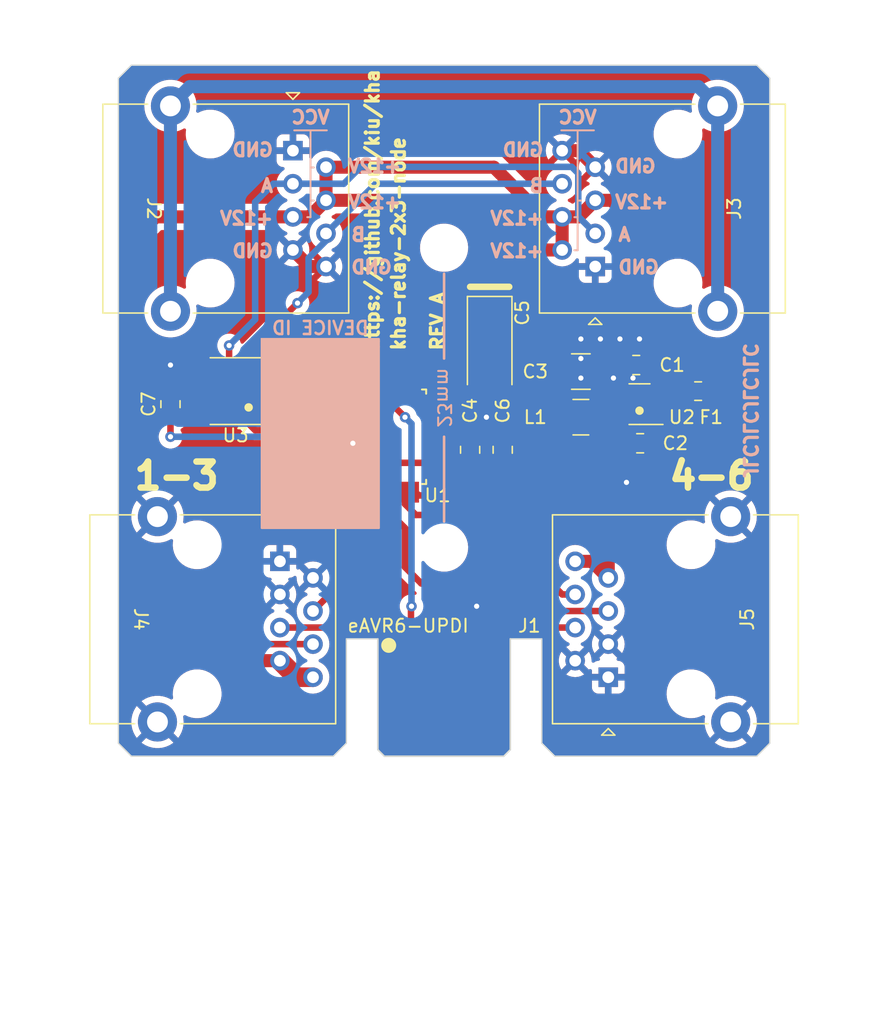
<source format=kicad_pcb>
(kicad_pcb (version 20221018) (generator pcbnew)
  (layers (0 "F.Cu" signal) (31 "B.Cu" signal) (34 "B.Paste" user) (35 "F.Paste" user) (36 "B.SilkS" user "B.Silkscreen") (37 "F.SilkS" user "F.Silkscreen") (38 "B.Mask" user) (39 "F.Mask" user) (44 "Edge.Cuts" user))
  (net 0 "")
  (net 1 "+5V")
  (net 2 "GND")
  (net 3 "UPDI")
  (net 4 "BUS_RX")
  (net 5 "BUS_DIR")
  (net 6 "BUS_TX")
  (net 16 "+12V")
  (net 17 "485A")
  (net 18 "485B")
  (net 20 "Net-(U2-EN)")
  (net 21 "Net-(U2-SW)")
  (net 22 "Net-(U2-BST)")
  (net 23 "Net-(J2-PadSH)")
  (net 25 "OUT_01")
  (net 26 "OUT_02")
  (net 27 "OUT_03")
  (net 28 "OUT_04")
  (net 29 "OUT_05")
  (net 30 "OUT_06")
  (footprint "Capacitor_SMD:C_1210_3225Metric" (layer "F.Cu") (at 124.5 61.5)
    (fp_text reference "C3" (at -3.5 0) (layer "F.SilkS"))
    (fp_text value "47uF")
    (fp_line (start -0.711252 -1.36) (end 0.711252 -1.36) (stroke (width 0.12)) (layer "F.SilkS"))
    (fp_line (start -0.711252 1.36) (end 0.711252 1.36) (stroke (width 0.12)) (layer "F.SilkS"))
    (pad "1" smd roundrect (at -1.475 0) (size 1.15 2.7) (layers "F.Cu" "F.Paste" "F.Mask") (roundrect_rratio 0.2173913043) (net 1 "+5V"))
    (pad "2" smd roundrect (at 1.475 0) (size 1.15 2.7) (layers "F.Cu" "F.Paste" "F.Mask") (roundrect_rratio 0.2173913043) (net 2 "GND"))
  )
  (footprint "Fuse:Fuse_0805_2012Metric" (layer "F.Cu") (at 133.5 63)
    (fp_text reference "F1" (at 1 2) (layer "F.SilkS"))
    (fp_text value "Polyfuse")
    (fp_line (start -0.258578 -0.71) (end 0.258578 -0.71) (stroke (width 0.12)) (layer "F.SilkS"))
    (fp_line (start -0.258578 0.71) (end 0.258578 0.71) (stroke (width 0.12)) (layer "F.SilkS"))
    (pad "1" smd roundrect (at -0.9375 0) (size 0.975 1.4) (layers "F.Cu" "F.Paste" "F.Mask") (net 20 "Net-(U2-EN)"))
    (pad "2" smd roundrect (at 0.9375 0) (size 0.975 1.4) (layers "F.Cu" "F.Paste" "F.Mask") (net 16 "+12V"))
  )
  (footprint "MountingHole:MountingHole_3.2mm_M3_DIN965" (layer "F.Cu") (at 114 52)
    (fp_text reference "H1" hide)
    (fp_text value "MountingHole")
    (pad "" np_thru_hole circle (at 0 0) (size 3.2 3.2) (drill 3.2) (layers "*.Cu" "*.Mask"))
  )
  (footprint "Inductor_SMD:L_1210_3225Metric" (layer "F.Cu") (at 124.5 65 180)
    (fp_text reference "L1" (at 3.5 0) (layer "F.SilkS"))
    (fp_text value "4.7uH")
    (fp_line (start -0.602064 -1.36) (end 0.602064 -1.36) (stroke (width 0.12)) (layer "F.SilkS"))
    (fp_line (start -0.602064 1.36) (end 0.602064 1.36) (stroke (width 0.12)) (layer "F.SilkS"))
    (pad "1" smd roundrect (at -1.4 0 180) (size 1.25 2.65) (layers "F.Cu" "F.Paste" "F.Mask") (roundrect_rratio 0.2) (net 21 "Net-(U2-SW)"))
    (pad "2" smd roundrect (at 1.4 0 180) (size 1.25 2.65) (layers "F.Cu" "F.Paste" "F.Mask") (roundrect_rratio 0.2) (net 1 "+5V"))
  )
  (footprint "Capacitor_SMD:C_0805_2012Metric" (layer "F.Cu") (at 129.05 67)
    (fp_text reference "C2" (at 2.7 0) (layer "F.SilkS"))
    (fp_text value "100nF")
    (fp_line (start -0.261252 -0.735) (end 0.261252 -0.735) (stroke (width 0.12)) (layer "F.SilkS"))
    (fp_line (start -0.261252 0.735) (end 0.261252 0.735) (stroke (width 0.12)) (layer "F.SilkS"))
    (pad "1" smd roundrect (at -0.95 0) (size 1 1.45) (layers "F.Cu" "F.Paste" "F.Mask") (net 21 "Net-(U2-SW)"))
    (pad "2" smd roundrect (at 0.95 0) (size 1 1.45) (layers "F.Cu" "F.Paste" "F.Mask") (net 22 "Net-(U2-BST)"))
  )
  (footprint "kiu-footprints:GDLX-S-88K" (layer "F.Cu") (at 93 49 -90)
    (fp_text reference "J2" (at 0 1.27 -90 unlocked) (layer "F.SilkS"))
    (fp_text value "RJ45_Shielded")
    (fp_line (start -8.886 -9.906) (end -8.886 -8.89) (stroke (width 0.12)) (layer "F.SilkS"))
    (fp_line (start -8.886 -8.89) (end -8.378 -9.398) (stroke (width 0.12)) (layer "F.SilkS"))
    (fp_line (start -8.378 -9.398) (end -8.886 -9.906) (stroke (width 0.12)) (layer "F.SilkS"))
    (fp_line (start -8.01 -13.678) (end -8.01 -1.748) (stroke (width 0.12)) (layer "F.SilkS"))
    (fp_line (start -8.01 1.752) (end -8.01 5.192) (stroke (width 0.12)) (layer "F.SilkS"))
    (fp_line (start 8.01 -13.678) (end -8.01 -13.678) (stroke (width 0.12)) (layer "F.SilkS"))
    (fp_line (start 8.01 -13.678) (end 8.01 -1.748) (stroke (width 0.12)) (layer "F.SilkS"))
    (fp_line (start 8.01 1.752) (end 8.01 5.192) (stroke (width 0.12)) (layer "F.SilkS"))
    (fp_line (start 8.01 5.192) (end -8.01 5.192) (stroke (width 0.12)) (layer "F.SilkS"))
    (pad "" np_thru_hole circle (at -5.715 -3.048 270) (size 3.25 3.25) (drill 3.25) (layers "*.Cu" "*.Mask"))
    (pad "" np_thru_hole circle (at 5.715 -3.048 90) (size 3.25 3.25) (drill 3.25) (layers "*.Cu" "*.Mask"))
    (pad "1" thru_hole rect (at -4.445 -9.398 90) (size 1.5 1.5) (drill 0.9) (layers "*.Cu" "*.Mask") (net 2 "GND"))
    (pad "2" thru_hole circle (at -3.175 -11.938 90) (size 1.5 1.5) (drill 0.9) (layers "*.Cu" "*.Mask") (net 16 "+12V"))
    (pad "3" thru_hole circle (at -1.905 -9.398 90) (size 1.5 1.5) (drill 0.9) (layers "*.Cu" "*.Mask") (net 17 "485A"))
    (pad "4" thru_hole circle (at -0.635 -11.938 90) (size 1.5 1.5) (drill 0.9) (layers "*.Cu" "*.Mask") (net 16 "+12V"))
    (pad "5" thru_hole circle (at 0.635 -9.398 90) (size 1.5 1.5) (drill 0.9) (layers "*.Cu" "*.Mask") (net 16 "+12V"))
    (pad "6" thru_hole circle (at 1.905 -11.938 90) (size 1.5 1.5) (drill 0.9) (layers "*.Cu" "*.Mask") (net 18 "485B"))
    (pad "7" thru_hole circle (at 3.175 -9.398 90) (size 1.5 1.5) (drill 0.9) (layers "*.Cu" "*.Mask") (net 2 "GND"))
    (pad "8" thru_hole circle (at 4.445 -11.938 90) (size 1.5 1.5) (drill 0.9) (layers "*.Cu" "*.Mask") (net 2 "GND"))
    (pad "SH" thru_hole circle (at -7.874 0.002 270) (size 3 3) (drill 1.6) (layers "*.Cu" "*.Mask") (net 23 "Net-(J2-PadSH)"))
    (pad "SH" thru_hole circle (at 7.874 0 90) (size 3 3) (drill 1.6) (layers "*.Cu" "*.Mask") (net 23 "Net-(J2-PadSH)"))
  )
  (footprint "MountingHole:MountingHole_3.2mm_M3_DIN965" (layer "F.Cu") (at 114 75)
    (fp_text reference "H2" hide)
    (fp_text value "MountingHole")
    (pad "" np_thru_hole circle (at 0 0) (size 3.2 3.2) (drill 3.2) (layers "*.Cu" "*.Mask"))
  )
  (footprint "Package_QFP:TQFP-32_7x7mm_P0.8mm" (layer "F.Cu") (at 109 66.5)
    (fp_text reference "U1" (at 4.5 4.5) (layer "F.SilkS"))
    (fp_text value "AVR64DD32")
    (fp_line (start -3.625 -3.625) (end -3.625 -3.4) (stroke (width 0.15)) (layer "F.SilkS"))
    (fp_line (start -3.625 -3.625) (end -3.3 -3.625) (stroke (width 0.15)) (layer "F.SilkS"))
    (fp_line (start -3.625 -3.4) (end -5.05 -3.4) (stroke (width 0.15)) (layer "F.SilkS"))
    (fp_line (start -3.625 3.625) (end -3.625 3.3) (stroke (width 0.15)) (layer "F.SilkS"))
    (fp_line (start -3.625 3.625) (end -3.3 3.625) (stroke (width 0.15)) (layer "F.SilkS"))
    (fp_line (start 3.625 -3.625) (end 3.3 -3.625) (stroke (width 0.15)) (layer "F.SilkS"))
    (fp_line (start 3.625 -3.625) (end 3.625 -3.3) (stroke (width 0.15)) (layer "F.SilkS"))
    (fp_line (start 3.625 3.625) (end 3.3 3.625) (stroke (width 0.15)) (layer "F.SilkS"))
    (fp_line (start 3.625 3.625) (end 3.625 3.3) (stroke (width 0.15)) (layer "F.SilkS"))
    (pad "1" smd rect (at -4.25 -2.8) (size 1.6 0.55) (layers "F.Cu" "F.Paste" "F.Mask") (net 5 "BUS_DIR"))
    (pad "2" smd rect (at -4.25 -2) (size 1.6 0.55) (layers "F.Cu" "F.Paste" "F.Mask"))
    (pad "3" smd rect (at -4.25 -1.2) (size 1.6 0.55) (layers "F.Cu" "F.Paste" "F.Mask"))
    (pad "4" smd rect (at -4.25 -0.4) (size 1.6 0.55) (layers "F.Cu" "F.Paste" "F.Mask"))
    (pad "5" smd rect (at -4.25 0.4) (size 1.6 0.55) (layers "F.Cu" "F.Paste" "F.Mask"))
    (pad "6" smd rect (at -4.25 1.2) (size 1.6 0.55) (layers "F.Cu" "F.Paste" "F.Mask") (net 27 "OUT_03"))
    (pad "7" smd rect (at -4.25 2) (size 1.6 0.55) (layers "F.Cu" "F.Paste" "F.Mask") (net 25 "OUT_01"))
    (pad "8" smd rect (at -4.25 2.8) (size 1.6 0.55) (layers "F.Cu" "F.Paste" "F.Mask") (net 26 "OUT_02"))
    (pad "9" smd rect (at -2.8 4.25 90) (size 1.6 0.55) (layers "F.Cu" "F.Paste" "F.Mask"))
    (pad "10" smd rect (at -2 4.25 90) (size 1.6 0.55) (layers "F.Cu" "F.Paste" "F.Mask") (net 1 "+5V"))
    (pad "11" smd rect (at -1.2 4.25 90) (size 1.6 0.55) (layers "F.Cu" "F.Paste" "F.Mask"))
    (pad "12" smd rect (at -0.4 4.25 90) (size 1.6 0.55) (layers "F.Cu" "F.Paste" "F.Mask"))
    (pad "13" smd rect (at 0.4 4.25 90) (size 1.6 0.55) (layers "F.Cu" "F.Paste" "F.Mask"))
    (pad "14" smd rect (at 1.2 4.25 90) (size 1.6 0.55) (layers "F.Cu" "F.Paste" "F.Mask"))
    (pad "15" smd rect (at 2 4.25 90) (size 1.6 0.55) (layers "F.Cu" "F.Paste" "F.Mask") (net 28 "OUT_04"))
    (pad "16" smd rect (at 2.8 4.25 90) (size 1.6 0.55) (layers "F.Cu" "F.Paste" "F.Mask") (net 29 "OUT_05"))
    (pad "17" smd rect (at 4.25 2.8) (size 1.6 0.55) (layers "F.Cu" "F.Paste" "F.Mask") (net 30 "OUT_06"))
    (pad "18" smd rect (at 4.25 2) (size 1.6 0.55) (layers "F.Cu" "F.Paste" "F.Mask") (net 1 "+5V"))
    (pad "19" smd rect (at 4.25 1.2) (size 1.6 0.55) (layers "F.Cu" "F.Paste" "F.Mask") (net 2 "GND"))
    (pad "20" smd rect (at 4.25 0.4) (size 1.6 0.55) (layers "F.Cu" "F.Paste" "F.Mask"))
    (pad "21" smd rect (at 4.25 -0.4) (size 1.6 0.55) (layers "F.Cu" "F.Paste" "F.Mask"))
    (pad "22" smd rect (at 4.25 -1.2) (size 1.6 0.55) (layers "F.Cu" "F.Paste" "F.Mask"))
    (pad "23" smd rect (at 4.25 -2) (size 1.6 0.55) (layers "F.Cu" "F.Paste" "F.Mask"))
    (pad "24" smd rect (at 4.25 -2.8) (size 1.6 0.55) (layers "F.Cu" "F.Paste" "F.Mask"))
    (pad "25" smd rect (at 2.8 -4.25 90) (size 1.6 0.55) (layers "F.Cu" "F.Paste" "F.Mask"))
    (pad "26" smd rect (at 2 -4.25 90) (size 1.6 0.55) (layers "F.Cu" "F.Paste" "F.Mask"))
    (pad "27" smd rect (at 1.2 -4.25 90) (size 1.6 0.55) (layers "F.Cu" "F.Paste" "F.Mask") (net 3 "UPDI"))
    (pad "28" smd rect (at 0.4 -4.25 90) (size 1.6 0.55) (layers "F.Cu" "F.Paste" "F.Mask") (net 1 "+5V"))
    (pad "29" smd rect (at -0.4 -4.25 90) (size 1.6 0.55) (layers "F.Cu" "F.Paste" "F.Mask") (net 2 "GND"))
    (pad "30" smd rect (at -1.2 -4.25 90) (size 1.6 0.55) (layers "F.Cu" "F.Paste" "F.Mask") (net 6 "BUS_TX"))
    (pad "31" smd rect (at -2 -4.25 90) (size 1.6 0.55) (layers "F.Cu" "F.Paste" "F.Mask") (net 4 "BUS_RX"))
    (pad "32" smd rect (at -2.8 -4.25 90) (size 1.6 0.55) (layers "F.Cu" "F.Paste" "F.Mask"))
  )
  (footprint "kiu-footprints:GDLX-S-88K" (layer "F.Cu") (at 92.002 80.5 -90)
    (fp_text reference "J4" (at 0 1.27 -90 unlocked) (layer "F.SilkS"))
    (fp_text value "RJ45_Shielded")
    (fp_line (start -8.886 -9.906) (end -8.886 -8.89) (stroke (width 0.12)) (layer "F.SilkS"))
    (fp_line (start -8.886 -8.89) (end -8.378 -9.398) (stroke (width 0.12)) (layer "F.SilkS"))
    (fp_line (start -8.378 -9.398) (end -8.886 -9.906) (stroke (width 0.12)) (layer "F.SilkS"))
    (fp_line (start -8.01 -13.678) (end -8.01 -1.748) (stroke (width 0.12)) (layer "F.SilkS"))
    (fp_line (start -8.01 1.752) (end -8.01 5.192) (stroke (width 0.12)) (layer "F.SilkS"))
    (fp_line (start 8.01 -13.678) (end -8.01 -13.678) (stroke (width 0.12)) (layer "F.SilkS"))
    (fp_line (start 8.01 -13.678) (end 8.01 -1.748) (stroke (width 0.12)) (layer "F.SilkS"))
    (fp_line (start 8.01 1.752) (end 8.01 5.192) (stroke (width 0.12)) (layer "F.SilkS"))
    (fp_line (start 8.01 5.192) (end -8.01 5.192) (stroke (width 0.12)) (layer "F.SilkS"))
    (pad "" np_thru_hole circle (at -5.715 -3.048 270) (size 3.25 3.25) (drill 3.25) (layers "*.Cu" "*.Mask"))
    (pad "" np_thru_hole circle (at 5.715 -3.048 90) (size 3.25 3.25) (drill 3.25) (layers "*.Cu" "*.Mask"))
    (pad "1" thru_hole rect (at -4.445 -9.398 90) (size 1.5 1.5) (drill 0.9) (layers "*.Cu" "*.Mask") (net 2 "GND"))
    (pad "2" thru_hole circle (at -3.175 -11.938 90) (size 1.5 1.5) (drill 0.9) (layers "*.Cu" "*.Mask") (net 2 "GND"))
    (pad "3" thru_hole circle (at -1.905 -9.398 90) (size 1.5 1.5) (drill 0.9) (layers "*.Cu" "*.Mask") (net 2 "GND"))
    (pad "4" thru_hole circle (at -0.635 -11.938 90) (size 1.5 1.5) (drill 0.9) (layers "*.Cu" "*.Mask") (net 25 "OUT_01"))
    (pad "5" thru_hole circle (at 0.635 -9.398 90) (size 1.5 1.5) (drill 0.9) (layers "*.Cu" "*.Mask") (net 26 "OUT_02"))
    (pad "6" thru_hole circle (at 1.905 -11.938 90) (size 1.5 1.5) (drill 0.9) (layers "*.Cu" "*.Mask") (net 27 "OUT_03"))
    (pad "7" thru_hole circle (at 3.175 -9.398 90) (size 1.5 1.5) (drill 0.9) (layers "*.Cu" "*.Mask") (net 16 "+12V"))
    (pad "8" thru_hole circle (at 4.445 -11.938 90) (size 1.5 1.5) (drill 0.9) (layers "*.Cu" "*.Mask") (net 16 "+12V"))
    (pad "SH" thru_hole circle (at -7.874 0.002 270) (size 3 3) (drill 1.6) (layers "*.Cu" "*.Mask") (net 2 "GND"))
    (pad "SH" thru_hole circle (at 7.874 0 90) (size 3 3) (drill 1.6) (layers "*.Cu" "*.Mask") (net 2 "GND"))
  )
  (footprint "Capacitor_SMD:C_0805_2012Metric" (layer "F.Cu") (at 118.5 67.5 90)
    (fp_text reference "C6" (at 3 0 90) (layer "F.SilkS"))
    (fp_text value "100nF")
    (fp_line (start -0.261252 -0.735) (end 0.261252 -0.735) (stroke (width 0.12)) (layer "F.SilkS"))
    (fp_line (start -0.261252 0.735) (end 0.261252 0.735) (stroke (width 0.12)) (layer "F.SilkS"))
    (pad "1" smd roundrect (at -0.95 0 90) (size 1 1.45) (layers "F.Cu" "F.Paste" "F.Mask") (net 1 "+5V"))
    (pad "2" smd roundrect (at 0.95 0 90) (size 1 1.45) (layers "F.Cu" "F.Paste" "F.Mask") (net 2 "GND"))
  )
  (footprint "Package_SO:SOIC-8_3.9x4.9mm_P1.27mm" (layer "F.Cu") (at 98 63 180)
    (fp_text reference "U3" (at 0 -3.4 180) (layer "F.SilkS"))
    (fp_text value "SP481E")
    (fp_line (start 0 -2.56) (end -3.45 -2.56) (stroke (width 0.12)) (layer "F.SilkS"))
    (fp_line (start 0 -2.56) (end 1.95 -2.56) (stroke (width 0.12)) (layer "F.SilkS"))
    (fp_line (start 0 2.56) (end -1.95 2.56) (stroke (width 0.12)) (layer "F.SilkS"))
    (fp_line (start 0 2.56) (end 1.95 2.56) (stroke (width 0.12)) (layer "F.SilkS"))
    (pad "1" smd roundrect (at -2.475 -1.905 180) (size 1.95 0.6) (layers "F.Cu" "F.Paste" "F.Mask") (net 4 "BUS_RX"))
    (pad "2" smd roundrect (at -2.475 -0.635 180) (size 1.95 0.6) (layers "F.Cu" "F.Paste" "F.Mask") (net 5 "BUS_DIR"))
    (pad "3" smd roundrect (at -2.475 0.635 180) (size 1.95 0.6) (layers "F.Cu" "F.Paste" "F.Mask") (net 5 "BUS_DIR"))
    (pad "4" smd roundrect (at -2.475 1.905 180) (size 1.95 0.6) (layers "F.Cu" "F.Paste" "F.Mask") (net 6 "BUS_TX"))
    (pad "5" smd roundrect (at 2.475 1.905 180) (size 1.95 0.6) (layers "F.Cu" "F.Paste" "F.Mask") (net 2 "GND"))
    (pad "6" smd roundrect (at 2.475 0.635 180) (size 1.95 0.6) (layers "F.Cu" "F.Paste" "F.Mask") (net 17 "485A"))
    (pad "7" smd roundrect (at 2.475 -0.635 180) (size 1.95 0.6) (layers "F.Cu" "F.Paste" "F.Mask") (net 18 "485B"))
    (pad "8" smd roundrect (at 2.475 -1.905 180) (size 1.95 0.6) (layers "F.Cu" "F.Paste" "F.Mask") (net 1 "+5V"))
  )
  (footprint "Capacitor_SMD:C_0805_2012Metric" (layer "F.Cu") (at 128.75 61)
    (fp_text reference "C1" (at 2.75 0) (layer "F.SilkS"))
    (fp_text value "10uF")
    (fp_line (start -0.261252 -0.735) (end 0.261252 -0.735) (stroke (width 0.12)) (layer "F.SilkS"))
    (fp_line (start -0.261252 0.735) (end 0.261252 0.735) (stroke (width 0.12)) (layer "F.SilkS"))
    (pad "1" smd roundrect (at -0.95 0) (size 1 1.45) (layers "F.Cu" "F.Paste" "F.Mask") (net 2 "GND"))
    (pad "2" smd roundrect (at 0.95 0) (size 1 1.45) (layers "F.Cu" "F.Paste" "F.Mask") (net 20 "Net-(U2-EN)"))
  )
  (footprint "Package_TO_SOT_SMD:TSOT-23-6" (layer "F.Cu") (at 129 64 180)
    (fp_text reference "U2" (at -3.25 -1) (layer "F.SilkS"))
    (fp_text value "AP63205WU")
    (fp_line (start 0 -1.56) (end -1.8 -1.56) (stroke (width 0.12)) (layer "F.SilkS"))
    (fp_line (start 0 -1.56) (end 0.8 -1.56) (stroke (width 0.12)) (layer "F.SilkS"))
    (fp_line (start 0 1.56) (end -0.8 1.56) (stroke (width 0.12)) (layer "F.SilkS"))
    (fp_line (start 0 1.56) (end 0.8 1.56) (stroke (width 0.12)) (layer "F.SilkS"))
    (pad "1" smd roundrect (at -1.1375 -0.95 180) (size 1.325 0.6) (layers "F.Cu" "F.Paste" "F.Mask") (net 1 "+5V"))
    (pad "2" smd roundrect (at -1.1375 0 180) (size 1.325 0.6) (layers "F.Cu" "F.Paste" "F.Mask") (net 20 "Net-(U2-EN)"))
    (pad "3" smd roundrect (at -1.1375 0.95 180) (size 1.325 0.6) (layers "F.Cu" "F.Paste" "F.Mask") (net 20 "Net-(U2-EN)"))
    (pad "4" smd roundrect (at 1.1375 0.95 180) (size 1.325 0.6) (layers "F.Cu" "F.Paste" "F.Mask") (net 2 "GND"))
    (pad "5" smd roundrect (at 1.1375 0 180) (size 1.325 0.6) (layers "F.Cu" "F.Paste" "F.Mask") (net 21 "Net-(U2-SW)"))
    (pad "6" smd roundrect (at 1.1375 -0.95 180) (size 1.325 0.6) (layers "F.Cu" "F.Paste" "F.Mask") (net 22 "Net-(U2-BST)"))
  )
  (footprint "Capacitor_SMD:C_0805_2012Metric" (layer "F.Cu") (at 93 64 90)
    (fp_text reference "C7" (at 0 -1.68 90) (layer "F.SilkS"))
    (fp_text value "100nF")
    (fp_line (start -0.261252 -0.735) (end 0.261252 -0.735) (stroke (width 0.12)) (layer "F.SilkS"))
    (fp_line (start -0.261252 0.735) (end 0.261252 0.735) (stroke (width 0.12)) (layer "F.SilkS"))
    (pad "1" smd roundrect (at -0.95 0 90) (size 1 1.45) (layers "F.Cu" "F.Paste" "F.Mask") (net 1 "+5V"))
    (pad "2" smd roundrect (at 0.95 0 90) (size 1 1.45) (layers "F.Cu" "F.Paste" "F.Mask") (net 2 "GND"))
  )
  (footprint "kiu-footprints:GDLX-S-88K" (layer "F.Cu") (at 135 49 90)
    (fp_text reference "J3" (at 0 1.27 90 unlocked) (layer "F.SilkS"))
    (fp_text value "RJ45_Shielded")
    (fp_line (start -8.886 -9.906) (end -8.886 -8.89) (stroke (width 0.12)) (layer "F.SilkS"))
    (fp_line (start -8.886 -8.89) (end -8.378 -9.398) (stroke (width 0.12)) (layer "F.SilkS"))
    (fp_line (start -8.378 -9.398) (end -8.886 -9.906) (stroke (width 0.12)) (layer "F.SilkS"))
    (fp_line (start -8.01 -13.678) (end -8.01 -1.748) (stroke (width 0.12)) (layer "F.SilkS"))
    (fp_line (start -8.01 1.752) (end -8.01 5.192) (stroke (width 0.12)) (layer "F.SilkS"))
    (fp_line (start 8.01 -13.678) (end -8.01 -13.678) (stroke (width 0.12)) (layer "F.SilkS"))
    (fp_line (start 8.01 -13.678) (end 8.01 -1.748) (stroke (width 0.12)) (layer "F.SilkS"))
    (fp_line (start 8.01 1.752) (end 8.01 5.192) (stroke (width 0.12)) (layer "F.SilkS"))
    (fp_line (start 8.01 5.192) (end -8.01 5.192) (stroke (width 0.12)) (layer "F.SilkS"))
    (pad "" np_thru_hole circle (at -5.715 -3.048 90) (size 3.25 3.25) (drill 3.25) (layers "*.Cu" "*.Mask"))
    (pad "" np_thru_hole circle (at 5.715 -3.048 270) (size 3.25 3.25) (drill 3.25) (layers "*.Cu" "*.Mask"))
    (pad "1" thru_hole rect (at -4.445 -9.398 270) (size 1.5 1.5) (drill 0.9) (layers "*.Cu" "*.Mask") (net 2 "GND"))
    (pad "2" thru_hole circle (at -3.175 -11.938 270) (size 1.5 1.5) (drill 0.9) (layers "*.Cu" "*.Mask") (net 16 "+12V"))
    (pad "3" thru_hole circle (at -1.905 -9.398 270) (size 1.5 1.5) (drill 0.9) (layers "*.Cu" "*.Mask") (net 17 "485A"))
    (pad "4" thru_hole circle (at -0.635 -11.938 270) (size 1.5 1.5) (drill 0.9) (layers "*.Cu" "*.Mask") (net 16 "+12V"))
    (pad "5" thru_hole circle (at 0.635 -9.398 270) (size 1.5 1.5) (drill 0.9) (layers "*.Cu" "*.Mask") (net 16 "+12V"))
    (pad "6" thru_hole circle (at 1.905 -11.938 270) (size 1.5 1.5) (drill 0.9) (layers "*.Cu" "*.Mask") (net 18 "485B"))
    (pad "7" thru_hole circle (at 3.175 -9.398 270) (size 1.5 1.5) (drill 0.9) (layers "*.Cu" "*.Mask") (net 2 "GND"))
    (pad "8" thru_hole circle (at 4.445 -11.938 270) (size 1.5 1.5) (drill 0.9) (layers "*.Cu" "*.Mask") (net 2 "GND"))
    (pad "SH" thru_hole circle (at -7.874 0.002 90) (size 3 3) (drill 1.6) (layers "*.Cu" "*.Mask") (net 23 "Net-(J2-PadSH)"))
    (pad "SH" thru_hole circle (at 7.874 0 270) (size 3 3) (drill 1.6) (layers "*.Cu" "*.Mask") (net 23 "Net-(J2-PadSH)"))
  )
  (footprint "Capacitor_SMD:C_0805_2012Metric" (layer "F.Cu") (at 116 67.5 90)
    (fp_text reference "C4" (at 3 0 90) (layer "F.SilkS"))
    (fp_text value "10nF")
    (fp_line (start -0.261252 -0.735) (end 0.261252 -0.735) (stroke (width 0.12)) (layer "F.SilkS"))
    (fp_line (start -0.261252 0.735) (end 0.261252 0.735) (stroke (width 0.12)) (layer "F.SilkS"))
    (pad "1" smd roundrect (at -0.95 0 90) (size 1 1.45) (layers "F.Cu" "F.Paste" "F.Mask") (net 1 "+5V"))
    (pad "2" smd roundrect (at 0.95 0 90) (size 1 1.45) (layers "F.Cu" "F.Paste" "F.Mask") (net 2 "GND"))
  )
  (footprint "eAVR:eAVR6-UPDI-F" (layer "F.Cu") (at 114 91)
    (fp_text reference "J1" (at 7.5 -10) (layer "F.SilkS") (effects (justify right)))
    (fp_text value "AVR-UPDI-6" hide)
    (fp_text user "eAVR6-UPDI" (at -7.5 -10 unlocked) (layer "F.SilkS") (effects (justify left)))
    (fp_circle (center -4.25 -8.5) (end -3.75 -8.5) (stroke (width 0.15)) (fill solid) (layer "F.SilkS"))
    (fp_line (start -5.08 -9) (end -5.08 -0.5) (stroke (width 0.12)) (layer "Edge.Cuts"))
    (fp_line (start -5.08 -0.5) (end -4.58 0) (stroke (width 0.12)) (layer "Edge.Cuts"))
    (fp_line (start -4.58 0) (end 4.58 0) (stroke (width 0.12)) (layer "Edge.Cuts"))
    (fp_line (start 5.08 -9) (end 5.08 -0.5) (stroke (width 0.12)) (layer "Edge.Cuts"))
    (fp_line (start 5.08 -0.5) (end 4.58 0) (stroke (width 0.12)) (layer "Edge.Cuts"))
    (pad "1" connect rect (at -2.54 -5) (size 1.4 8) (layers "F.Cu" "F.Mask") (net 3 "UPDI"))
    (pad "2" connect rect (at 0 -5) (size 1.4 8) (layers "F.Cu" "F.Mask") (net 1 "+5V"))
    (pad "6" connect rect (at 2.54 -5) (size 1.4 8) (layers "F.Cu" "F.Mask") (net 2 "GND"))
  )
  (footprint "kiu-footprints:GDLX-S-88K" (layer "F.Cu") (at 136 80.5 90)
    (fp_text reference "J5" (at 0 1.27 90 unlocked) (layer "F.SilkS"))
    (fp_text value "RJ45_Shielded")
    (fp_line (start -8.886 -9.906) (end -8.886 -8.89) (stroke (width 0.12)) (layer "F.SilkS"))
    (fp_line (start -8.886 -8.89) (end -8.378 -9.398) (stroke (width 0.12)) (layer "F.SilkS"))
    (fp_line (start -8.378 -9.398) (end -8.886 -9.906) (stroke (width 0.12)) (layer "F.SilkS"))
    (fp_line (start -8.01 -13.678) (end -8.01 -1.748) (stroke (width 0.12)) (layer "F.SilkS"))
    (fp_line (start -8.01 1.752) (end -8.01 5.192) (stroke (width 0.12)) (layer "F.SilkS"))
    (fp_line (start 8.01 -13.678) (end -8.01 -13.678) (stroke (width 0.12)) (layer "F.SilkS"))
    (fp_line (start 8.01 -13.678) (end 8.01 -1.748) (stroke (width 0.12)) (layer "F.SilkS"))
    (fp_line (start 8.01 1.752) (end 8.01 5.192) (stroke (width 0.12)) (layer "F.SilkS"))
    (fp_line (start 8.01 5.192) (end -8.01 5.192) (stroke (width 0.12)) (layer "F.SilkS"))
    (pad "" np_thru_hole circle (at -5.715 -3.048 90) (size 3.25 3.25) (drill 3.25) (layers "*.Cu" "*.Mask"))
    (pad "" np_thru_hole circle (at 5.715 -3.048 270) (size 3.25 3.25) (drill 3.25) (layers "*.Cu" "*.Mask"))
    (pad "1" thru_hole rect (at -4.445 -9.398 270) (size 1.5 1.5) (drill 0.9) (layers "*.Cu" "*.Mask") (net 2 "GND"))
    (pad "2" thru_hole circle (at -3.175 -11.938 270) (size 1.5 1.5) (drill 0.9) (layers "*.Cu" "*.Mask") (net 2 "GND"))
    (pad "3" thru_hole circle (at -1.905 -9.398 270) (size 1.5 1.5) (drill 0.9) (layers "*.Cu" "*.Mask") (net 2 "GND"))
    (pad "4" thru_hole circle (at -0.635 -11.938 270) (size 1.5 1.5) (drill 0.9) (layers "*.Cu" "*.Mask") (net 28 "OUT_04"))
    (pad "5" thru_hole circle (at 0.635 -9.398 270) (size 1.5 1.5) (drill 0.9) (layers "*.Cu" "*.Mask") (net 29 "OUT_05"))
    (pad "6" thru_hole circle (at 1.905 -11.938 270) (size 1.5 1.5) (drill 0.9) (layers "*.Cu" "*.Mask") (net 30 "OUT_06"))
    (pad "7" thru_hole circle (at 3.175 -9.398 270) (size 1.5 1.5) (drill 0.9) (layers "*.Cu" "*.Mask") (net 16 "+12V"))
    (pad "8" thru_hole circle (at 4.445 -11.938 270) (size 1.5 1.5) (drill 0.9) (layers "*.Cu" "*.Mask") (net 16 "+12V"))
    (pad "SH" thru_hole circle (at -7.874 0.002 90) (size 3 3) (drill 1.6) (layers "*.Cu" "*.Mask") (net 2 "GND"))
    (pad "SH" thru_hole circle (at 7.874 0 270) (size 3 3) (drill 1.6) (layers "*.Cu" "*.Mask") (net 2 "GND"))
  )
  (footprint "Capacitor_Tantalum_SMD:CP_EIA-6032-28_Kemet-C" (layer "F.Cu") (at 117.5 59.5 -90)
    (fp_text reference "C5" (at -2.5 -2.5 90) (layer "F.SilkS"))
    (fp_text value "220uF")
    (fp_line (start -3.76 -1.71) (end -3.76 1.71) (stroke (width 0.12)) (layer "F.SilkS"))
    (fp_line (start -3.76 1.71) (end 3 1.71) (stroke (width 0.12)) (layer "F.SilkS"))
    (fp_line (start 3 -1.71) (end -3.76 -1.71) (stroke (width 0.12)) (layer "F.SilkS"))
    (pad "1" smd roundrect (at -2.4625 0 270) (size 2.075 2.35) (layers "F.Cu" "F.Paste" "F.Mask") (roundrect_rratio 0.1204819277) (net 1 "+5V"))
    (pad "2" smd roundrect (at 2.4625 0 270) (size 2.075 2.35) (layers "F.Cu" "F.Paste" "F.Mask") (roundrect_rratio 0.1204819277) (net 2 "GND"))
  )
  (gr_rect (start 100 58.996825) (end 109 73.503175) (stroke (width 0.15)) (fill solid) (layer "B.SilkS"))
  (gr_line (start 124.25 52.197) (end 124 52.197) (stroke (width 0.15)) (layer "B.SilkS"))
  (gr_line (start 103.75 43) (end 103.75 49.657) (stroke (width 0.15)) (layer "B.SilkS"))
  (gr_line (start 103.75 48.387) (end 104 48.387) (stroke (width 0.15)) (layer "B.SilkS"))
  (gr_line (start 103.75 45.847) (end 104 45.847) (stroke (width 0.15)) (layer "B.SilkS"))
  (gr_line (start 102.5 43) (end 105 43) (stroke (width 0.15)) (layer "B.SilkS"))
  (gr_line (start 124.25 48.387) (end 124.5 48.387) (stroke (width 0.15)) (layer "B.SilkS"))
  (gr_line (start 114 66.5) (end 114 73) (stroke (width 0.2)) (layer "B.SilkS"))
  (gr_line (start 123 43) (end 125.5 43) (stroke (width 0.15)) (layer "B.SilkS"))
  (gr_line (start 114 54) (end 114 60.5) (stroke (width 0.2)) (layer "B.SilkS"))
  (gr_line (start 124.25 43) (end 124.25 52.197) (stroke (width 0.15)) (layer "B.SilkS"))
  (gr_line (start 103.75 49.657) (end 103.5 49.657) (stroke (width 0.15)) (layer "B.SilkS"))
  (gr_line (start 124.25 49.657) (end 124 49.657) (stroke (width 0.15)) (layer "B.SilkS"))
  (gr_circle (center 106.25 63.75) (end 106.5 63.75) (stroke (width 0.15)) (fill solid) (layer "F.SilkS"))
  (gr_line (start 116 55) (end 119 55) (stroke (width 0.5)) (layer "F.SilkS"))
  (gr_circle (center 129 64.5) (end 129.25 64.5) (stroke (width 0.15)) (fill solid) (layer "F.SilkS"))
  (gr_circle (center 99 64.25) (end 99.25 64.25) (stroke (width 0.15)) (fill solid) (layer "F.SilkS"))
  (gr_line (start 108.92 82) (end 106.5 82) (stroke (width 0.1)) (layer "Edge.Cuts"))
  (gr_line (start 89 39) (end 89 90) (stroke (width 0.1)) (layer "Edge.Cuts"))
  (gr_line (start 121.5 90) (end 122.5 91) (stroke (width 0.1)) (layer "Edge.Cuts"))
  (gr_line (start 121.5 88.58) (end 121.5 82) (stroke (width 0.1)) (layer "Edge.Cuts"))
  (gr_line (start 139 39) (end 139 90) (stroke (width 0.1)) (layer "Edge.Cuts"))
  (gr_line (start 89 39) (end 90 38) (stroke (width 0.1)) (layer "Edge.Cuts"))
  (gr_line (start 121.5 90) (end 121.5 88.58) (stroke (width 0.1)) (layer "Edge.Cuts"))
  (gr_line (start 106.5 90) (end 106.5 82) (stroke (width 0.1)) (layer "Edge.Cuts"))
  (gr_line (start 105.5 91) (end 106.5 90) (stroke (width 0.1)) (layer "Edge.Cuts"))
  (gr_line (start 138 91) (end 139 90) (stroke (width 0.1)) (layer "Edge.Cuts"))
  (gr_line (start 138 38) (end 139 39) (stroke (width 0.1)) (layer "Edge.Cuts"))
  (gr_line (start 89 90) (end 90 91) (stroke (width 0.1)) (layer "Edge.Cuts"))
  (gr_line (start 122.5 91) (end 138 91) (stroke (width 0.1)) (layer "Edge.Cuts"))
  (gr_line (start 90 38) (end 138 38) (stroke (width 0.1)) (layer "Edge.Cuts"))
  (gr_line (start 121.5 82) (end 119.08 82) (stroke (width 0.1)) (layer "Edge.Cuts"))
  (gr_line (start 90 91) (end 105.5 91) (stroke (width 0.1)) (layer "Edge.Cuts"))
  (gr_text "DEVICE ID" (at 104.5 58.75) (layer "B.SilkS") (effects (font (size 1 1) (thickness 0.2) bold) (justify bottom mirror)))
  (gr_text "+12V" (at 121.75 52.25) (layer "B.SilkS") (effects (font (size 1 1) (thickness 0.25)) (justify left mirror)))
  (gr_text "GND" (at 127.25 53.5) (layer "B.SilkS") (effects (font (size 1 1) (thickness 0.25)) (justify right mirror)))
  (gr_text "B" (at 106.75 51) (layer "B.SilkS") (effects (font (size 1 1) (thickness 0.25)) (justify right mirror)))
  (gr_text "GND" (at 121.75 44.5) (layer "B.SilkS") (effects (font (size 1 1) (thickness 0.25)) (justify left mirror)))
  (gr_text "GND" (at 101 52.25) (layer "B.SilkS") (effects (font (size 1 1) (thickness 0.25)) (justify left mirror)))
  (gr_text "B" (at 121.75 47.25) (layer "B.SilkS") (effects (font (size 1 1) (thickness 0.25)) (justify left mirror)))
  (gr_text "GND" (at 106.75 53.5) (layer "B.SilkS") (effects (font (size 1 1) (thickness 0.25)) (justify right mirror)))
  (gr_text "+12V" (at 121.75 49.75) (layer "B.SilkS") (effects (font (size 1 1) (thickness 0.25)) (justify left mirror)))
  (gr_text "GND" (at 127 45.75) (layer "B.SilkS") (effects (font (size 1 1) (thickness 0.25)) (justify right mirror)))
  (gr_text "JLCJLCJLCJLC" (at 137.5 64.5 270) (layer "B.SilkS") (effects (font (size 1 1) (thickness 0.25)) (justify mirror)))
  (gr_text "VCC" (at 103.75 42) (layer "B.SilkS") (effects (font (size 1 1) (thickness 0.25)) (justify mirror)))
  (gr_text "VCC" (at 124.25 42) (layer "B.SilkS") (effects (font (size 1 1) (thickness 0.25)) (justify mirror)))
  (gr_text "+12V" (at 101 49.75) (layer "B.SilkS") (effects (font (size 1 1) (thickness 0.25)) (justify left mirror)))
  (gr_text "A" (at 101 47.25) (layer "B.SilkS") (effects (font (size 1 1) (thickness 0.25)) (justify left mirror)))
  (gr_text "GND" (at 101 44.5) (layer "B.SilkS") (effects (font (size 1 1) (thickness 0.25)) (justify left mirror)))
  (gr_text "A" (at 127.25 51) (layer "B.SilkS") (effects (font (size 1 1) (thickness 0.25)) (justify right mirror)))
  (gr_text "+12V" (at 106.5 45.75) (layer "B.SilkS") (effects (font (size 1 1) (thickness 0.25)) (justify right mirror)))
  (gr_text "+12V" (at 106.5 48.5) (layer "B.SilkS") (effects (font (size 1 1) (thickness 0.25)) (justify right mirror)))
  (gr_text "23mm" (at 114 63.5 270) (layer "B.SilkS") (effects (font (size 1 1)) (justify mirror)))
  (gr_text "+12V" (at 127 48.5) (layer "B.SilkS") (effects (font (size 1 1) (thickness 0.25)) (justify right mirror)))
  (gr_text "REV A" (at 113.5 60 90) (layer "F.SilkS") (effects (font (size 1 1) (thickness 0.25)) (justify left)))
  (gr_text "https://github.com/kiu/kha" (at 108.5 60 90) (layer "F.SilkS") (effects (font (size 1 1) (thickness 0.25)) (justify left)))
  (gr_text "kha-relay-2x3-node" (at 110.5 60 90) (layer "F.SilkS") (effects (font (size 1 1) (thickness 0.25)) (justify left)))
  (gr_text "1-3" (at 90 69.5) (layer "F.SilkS") (effects (font (size 2 2) (thickness 0.5) bold) (justify left)))
  (gr_text "4-6" (at 138 69.5) (layer "F.SilkS") (effects (font (size 2 2) (thickness 0.5) bold) (justify right)))
  (segment (start 110 68.5) (end 108.075 68.5) (width 0.5) (layer "F.Cu") (net 1))
  (segment (start 118.5 68.45) (end 123.9125 68.45) (width 0.5) (layer "F.Cu") (net 1))
  (segment (start 107 70.75) (end 107 72) (width 0.5) (layer "F.Cu") (net 1))
  (segment (start 95.525 64.905) (end 93.25 64.905) (width 0.5) (layer "F.Cu") (net 1))
  (segment (start 115.95 68.5) (end 116 68.45) (width 0.5) (layer "F.Cu") (net 1))
  (segment (start 114 78.5) (end 114 79.5) (width 0.5) (layer "F.Cu") (net 1))
  (segment (start 110 68.5) (end 113.25 68.5) (width 0.5) (layer "F.Cu") (net 1))
  (segment (start 107.5 72.5) (end 110 72.5) (width 0.5) (layer "F.Cu") (net 1))
  (segment (start 93.25 64.905) (end 93.25 64.95) (width 0.5) (layer "F.Cu") (net 1))
  (segment (start 117.5 57.0375) (end 111.9625 57.0375) (width 0.5) (layer "F.Cu") (net 1))
  (segment (start 109.4 67.9) (end 110 68.5) (width 0.5) (layer "F.Cu") (net 1))
  (segment (start 108.075 68.5) (end 107 69.575) (width 0.5) (layer "F.Cu") (net 1))
  (segment (start 124.0375 68.5) (end 124 68.5375) (width 0.5) (layer "F.Cu") (net 1))
  (segment (start 118.5 68.45) (end 116 68.45) (width 0.5) (layer "F.Cu") (net 1))
  (segment (start 111 76.5) (end 112.25 77.75) (width 0.5) (layer "F.Cu") (net 1))
  (segment (start 123.1 61.575) (end 123.025 61.5) (width 1) (layer "F.Cu") (net 1))
  (segment (start 111 73.5) (end 111 76.5) (width 0.5) (layer "F.Cu") (net 1))
  (segment (start 93 66.5) (end 93 64.95) (width 0.5) (layer "F.Cu") (net 1))
  (segment (start 107 72) (end 107.5 72.5) (width 0.5) (layer "F.Cu") (net 1))
  (segment (start 123.1 65) (end 123.1 67.6375) (width 1) (layer "F.Cu") (net 1))
  (segment (start 109.4 66.5) (end 109.4 67.9) (width 0.5) (layer "F.Cu") (net 1))
  (segment (start 123.1 67.6375) (end 124 68.5375) (width 1) (layer "F.Cu") (net 1))
  (segment (start 110 72.5) (end 111 73.5) (width 0.5) (layer "F.Cu") (net 1))
  (segment (start 107 69.575) (end 107 70.75) (width 0.5) (layer "F.Cu") (net 1))
  (segment (start 109.4 62.25) (end 109.4 66.5) (width 0.5) (layer "F.Cu") (net 1))
  (segment (start 113.25 77.75) (end 114 78.5) (width 0.5) (layer "F.Cu") (net 1))
  (segment (start 114 86) (end 114 79.5) (width 0.5) (layer "F.Cu") (net 1))
  (segment (start 109.4 59.6) (end 109.4 62.25) (width 0.5) (layer "F.Cu") (net 1))
  (segment (start 130.5 68.5) (end 124.0375 68.5) (width 0.5) (layer "F.Cu") (net 1))
  (segment (start 107 67) (end 107 69.575) (width 0.5) (layer "F.Cu") (net 1))
  (segment (start 131 65.8125) (end 131 68) (width 0.5) (layer "F.Cu") (net 1))
  (segment (start 112.25 77.75) (end 113.25 77.75) (width 0.5) (layer "F.Cu") (net 1))
  (segment (start 131 68) (end 130.5 68.5) (width 0.5) (layer "F.Cu") (net 1))
  (segment (start 123.1 65) (end 123.1 61.575) (width 1) (layer "F.Cu") (net 1))
  (segment (start 113.25 68.5) (end 115.95 68.5) (width 0.5) (layer "F.Cu") (net 1))
  (segment (start 111.9625 57.0375) (end 109.4 59.6) (width 0.5) (layer "F.Cu") (net 1))
  (segment (start 130.1375 64.95) (end 131 65.8125) (width 0.5) (layer "F.Cu") (net 1))
  (via (at 93 66.5) (size 0.8) (drill 0.4) (layers "F.Cu" "B.Cu") (net 1))
  (via (at 107 67) (size 0.8) (drill 0.4) (layers "F.Cu" "B.Cu") (net 1))
  (segment (start 94.64 66.5) (end 104.5 66.5) (width 0.5) (layer "B.Cu") (net 1))
  (segment (start 104.5 66.5) (end 106.5 66.5) (width 0.5) (layer "B.Cu") (net 1))
  (segment (start 106.5 66.5) (end 107 67) (width 0.5) (layer "B.Cu") (net 1))
  (segment (start 94.64 66.5) (end 93 66.5) (width 0.5) (layer "B.Cu") (net 1))
  (segment (start 124.332 44.555) (end 125.602 45.825) (width 1) (layer "F.Cu") (net 2))
  (segment (start 95.525 61.095) (end 93.095 61.095) (width 0.5) (layer "F.Cu") (net 2))
  (segment (start 113.25 67.7) (end 114.85 67.7) (width 0.5) (layer "F.Cu") (net 2))
  (segment (start 104.938 53.445) (end 103.668 53.445) (width 1) (layer "F.Cu") (net 2))
  (segment (start 108.6 57.107) (end 104.938 53.445) (width 0.5) (layer "F.Cu") (net 2))
  (segment (start 103.668 53.445) (end 102.398 52.175) (width 1) (layer "F.Cu") (net 2))
  (segment (start 114.85 67.7) (end 116 66.55) (width 0.5) (layer "F.Cu") (net 2))
  (segment (start 118.5 66.55) (end 116 66.55) (width 0.5) (layer "F.Cu") (net 2))
  (segment (start 93 63.05) (end 93 61) (width 0.5) (layer "F.Cu") (net 2))
  (segment (start 123.062 44.555) (end 124.332 44.555) (width 1) (layer "F.Cu") (net 2))
  (segment (start 108.6 62.25) (end 108.6 57.107) (width 0.5) (layer "F.Cu") (net 2))
  (segment (start 93.095 61.095) (end 93 61) (width 0.5) (layer "F.Cu") (net 2))
  (via (at 93 61) (size 0.8) (drill 0.4) (layers "F.Cu" "B.Cu") (net 2))
  (via (at 129 59) (size 0.8) (drill 0.4) (layers "F.Cu" "B.Cu") (net 2))
  (via (at 124.5 60.5) (size 0.8) (drill 0.4) (layers "F.Cu" "B.Cu") (net 2))
  (via (at 124.5 59) (size 0.8) (drill 0.4) (layers "F.Cu" "B.Cu") (net 2))
  (via (at 128.5 62) (size 0.8) (drill 0.4) (layers "F.Cu" "B.Cu") (net 2))
  (via (at 126 59) (size 0.8) (drill 0.4) (layers "F.Cu" "B.Cu") (net 2))
  (via (at 127 62) (size 0.8) (drill 0.4) (layers "F.Cu" "B.Cu") (net 2))
  (via (at 128 70) (size 0.8) (drill 0.4) (layers "F.Cu" "B.Cu") (net 2))
  (via (at 124.5 62) (size 0.8) (drill 0.4) (layers "F.Cu" "B.Cu") (net 2))
  (via (at 116.5 79.5) (size 0.8) (drill 0.4) (layers "F.Cu" "B.Cu") (net 2))
  (via (at 127.5 59) (size 0.8) (drill 0.4) (layers "F.Cu" "B.Cu") (net 2))
  (via (at 117.25 65) (size 0.8) (drill 0.4) (layers "F.Cu" "B.Cu") (net 2))
  (segment (start 110.2 62.25) (end 110.2 64) (width 0.5) (layer "F.Cu") (net 3))
  (segment (start 111 65) (end 110.2 64.2) (width 0.5) (layer "F.Cu") (net 3))
  (segment (start 111.46 79.54) (end 111.5 79.5) (width 0.5) (layer "F.Cu") (net 3))
  (segment (start 110.2 64.2) (end 110.2 64) (width 0.5) (layer "F.Cu") (net 3))
  (segment (start 111.46 86) (end 111.46 79.54) (width 0.5) (layer "F.Cu") (net 3))
  (via (at 111.5 79.5) (size 0.8) (drill 0.4) (layers "F.Cu" "B.Cu") (net 3))
  (via (at 111 65) (size 0.8) (drill 0.4) (layers "F.Cu" "B.Cu") (net 3))
  (segment (start 111.5 79.5) (end 111.5 65.5) (width 0.5) (layer "B.Cu") (net 3))
  (segment (start 111.5 65.5) (end 111 65) (width 0.5) (layer "B.Cu") (net 3))
  (segment (start 107 61) (end 107 62.25) (width 0.5) (layer "F.Cu") (net 4))
  (segment (start 101.345 64.905) (end 102.25 64) (width 0.5) (layer "F.Cu") (net 4))
  (segment (start 103.5 60) (end 106 60) (width 0.5) (layer "F.Cu") (net 4))
  (segment (start 102.25 64) (end 102.25 61.25) (width 0.5) (layer "F.Cu") (net 4))
  (segment (start 102.25 61.25) (end 103.5 60) (width 0.5) (layer "F.Cu") (net 4))
  (segment (start 100.475 64.905) (end 101.345 64.905) (width 0.5) (layer "F.Cu") (net 4))
  (segment (start 106 60) (end 107 61) (width 0.5) (layer "F.Cu") (net 4))
  (segment (start 99.5 66) (end 101.75 66) (width 0.5) (layer "F.Cu") (net 5))
  (segment (start 101.75 66) (end 103.35 64.4) (width 0.5) (layer "F.Cu") (net 5))
  (segment (start 99.25 63.635) (end 98.75 64.135) (width 0.5) (layer "F.Cu") (net 5))
  (segment (start 103.35 64.4) (end 103.35 63.9) (width 0.5) (layer "F.Cu") (net 5))
  (segment (start 103.55 63.7) (end 104.75 63.7) (width 0.5) (layer "F.Cu") (net 5))
  (segment (start 100.475 63.635) (end 99.25 63.635) (width 0.5) (layer "F.Cu") (net 5))
  (segment (start 103.35 63.9) (end 103.55 63.7) (width 0.5) (layer "F.Cu") (net 5))
  (segment (start 98.75 65.25) (end 99.5 66) (width 0.5) (layer "F.Cu") (net 5))
  (segment (start 100.475 62.365) (end 100.475 63.635) (width 0.5) (layer "F.Cu") (net 5))
  (segment (start 98.75 64.135) (end 98.75 65.25) (width 0.5) (layer "F.Cu") (net 5))
  (segment (start 100.475 60.025) (end 100.475 61.095) (width 0.5) (layer "F.Cu") (net 6))
  (segment (start 107.8 62.25) (end 107.8 60.3) (width 0.5) (layer "F.Cu") (net 6))
  (segment (start 101.5 59) (end 100.475 60.025) (width 0.5) (layer "F.Cu") (net 6))
  (segment (start 106.5 59) (end 101.5 59) (width 0.5) (layer "F.Cu") (net 6))
  (segment (start 107.8 60.3) (end 106.5 59) (width 0.5) (layer "F.Cu") (net 6))
  (segment (start 123.062 49.635) (end 121.635 49.635) (width 1) (layer "F.Cu") (net 16))
  (segment (start 134.4375 67.6645) (end 126.602 75.5) (width 1) (layer "F.Cu") (net 16))
  (segment (start 134.4375 63) (end 134.4375 67.6645) (width 1) (layer "F.Cu") (net 16))
  (segment (start 104.938 45.825) (end 104.938 48.365) (width 1) (layer "F.Cu") (net 16))
  (segment (start 92 69.5) (end 90 67.5) (width 1) (layer "F.Cu") (net 16))
  (segment (start 98 83) (end 98 72) (width 1) (layer "F.Cu") (net 16))
  (segment (start 123.062 49.635) (end 124.332 49.635) (width 1) (layer "F.Cu") (net 16))
  (segment (start 123.062 52.175) (end 121.175 52.175) (width 1) (layer "F.Cu") (net 16))
  (segment (start 117.365 48.365) (end 104.938 48.365) (width 1) (layer "F.Cu") (net 16))
  (segment (start 126.602 75.5) (end 126.602 77.325) (width 1) (layer "F.Cu") (net 16))
  (segment (start 102.67 84.945) (end 101.4 83.675) (width 1.5) (layer "F.Cu") (net 16))
  (segment (start 128 49.5) (end 128 55.5625) (width 1) (layer "F.Cu") (net 16))
  (segment (start 90 67.5) (end 90 51.5) (width 1) (layer "F.Cu") (net 16))
  (segment (start 117.825 45.825) (end 104.938 45.825) (width 1) (layer "F.Cu") (net 16))
  (segment (start 125.332 76.055) (end 124.062 76.055) (width 1) (layer "F.Cu") (net 16))
  (segment (start 121.635 49.635) (end 117.825 45.825) (width 1) (layer "F.Cu") (net 16))
  (segment (start 126.602 77.325) (end 125.332 76.055) (width 1) (layer "F.Cu") (net 16))
  (segment (start 98 72) (end 95.5 69.5) (width 1) (layer "F.Cu") (net 16))
  (segment (start 95.5 69.5) (end 92 69.5) (width 1) (layer "F.Cu") (net 16))
  (segment (start 125.602 48.365) (end 126.865 48.365) (width 1) (layer "F.Cu") (net 16))
  (segment (start 128 55.5625) (end 134.4375 62) (width 1) (layer "F.Cu") (net 16))
  (segment (start 90 51.5) (end 91.865 49.635) (width 1) (layer "F.Cu") (net 16))
  (segment (start 101.4 83.675) (end 98.675 83.675) (width 1) (layer "F.Cu") (net 16))
  (segment (start 104.938 48.365) (end 103.668 49.635) (width 1) (layer "F.Cu") (net 16))
  (segment (start 126.865 48.365) (end 128 49.5) (width 1) (layer "F.Cu") (net 16))
  (segment (start 103.668 49.635) (end 102.398 49.635) (width 1) (layer "F.Cu") (net 16))
  (segment (start 121.175 52.175) (end 117.365 48.365) (width 1) (layer "F.Cu") (net 16))
  (segment (start 103.94 84.945) (end 102.67 84.945) (width 1.5) (layer "F.Cu") (net 16))
  (segment (start 134.4375 62) (end 134.4375 63) (width 1) (layer "F.Cu") (net 16))
  (segment (start 98.675 83.675) (end 98 83) (width 1) (layer "F.Cu") (net 16))
  (segment (start 123.062 49.635) (end 123.062 52.175) (width 1) (layer "F.Cu") (net 16))
  (segment (start 91.865 49.635) (end 102.398 49.635) (width 1) (layer "F.Cu") (net 16))
  (segment (start 124.332 49.635) (end 125.602 48.365) (width 1) (layer "F.Cu") (net 16))
  (segment (start 97.5 61.5) (end 97.5 59.5) (width 0.5) (layer "F.Cu") (net 17))
  (segment (start 96.635 62.365) (end 97.5 61.5) (width 0.5) (layer "F.Cu") (net 17))
  (segment (start 95.525 62.365) (end 96.635 62.365) (width 0.5) (layer "F.Cu") (net 17))
  (via (at 97.5 59.5) (size 0.8) (drill 0.4) (layers "F.Cu" "B.Cu") (net 17))
  (segment (start 106.305 47.095) (end 107.6 45.8) (width 0.5) (layer "B.Cu") (net 17))
  (segment (start 102.398 47.095) (end 100.905 47.095) (width 0.5) (layer "B.Cu") (net 17))
  (segment (start 100.905 47.095) (end 99.5 48.5) (width 0.5) (layer "B.Cu") (net 17))
  (segment (start 105.365057 47.095) (end 106.305 47.095) (width 0.5) (layer "B.Cu") (net 17))
  (segment (start 107.6 45.8) (end 123.8 45.8) (width 0.5) (layer "B.Cu") (net 17))
  (segment (start 105.365057 47.095) (end 102.398 47.095) (width 0.5) (layer "B.Cu") (net 17))
  (segment (start 124.3 49.603) (end 125.602 50.905) (width 0.5) (layer "B.Cu") (net 17))
  (segment (start 124.3 46.3) (end 124.3 49.603) (width 0.5) (layer "B.Cu") (net 17))
  (segment (start 99.5 48.5) (end 99.5 57.5) (width 0.5) (layer "B.Cu") (net 17))
  (segment (start 123.8 45.8) (end 124.3 46.3) (width 0.5) (layer "B.Cu") (net 17))
  (segment (start 99.5 57.5) (end 97.5 59.5) (width 0.5) (layer "B.Cu") (net 17))
  (segment (start 96.865 63.635) (end 98.600688 61.899312) (width 0.5) (layer "F.Cu") (net 18))
  (segment (start 98.600688 60.399312) (end 102.75 56.25) (width 0.5) (layer "F.Cu") (net 18))
  (segment (start 95.525 63.635) (end 96.865 63.635) (width 0.5) (layer "F.Cu") (net 18))
  (segment (start 98.600688 61.899312) (end 98.600688 60.399312) (width 0.5) (layer "F.Cu") (net 18))
  (via (at 102.75 56.25) (size 0.8) (drill 0.4) (layers "F.Cu" "B.Cu") (net 18))
  (segment (start 104.938 50.905) (end 108.748 47.095) (width 0.5) (layer "B.Cu") (net 18))
  (segment (start 104.938 51.462) (end 103.598 52.802) (width 0.5) (layer "B.Cu") (net 18))
  (segment (start 104.938 50.905) (end 104.938 51.462) (width 0.5) (layer "B.Cu") (net 18))
  (segment (start 103.598 55.402) (end 102.75 56.25) (width 0.5) (layer "B.Cu") (net 18))
  (segment (start 103.598 52.802) (end 103.598 55.402) (width 0.5) (layer "B.Cu") (net 18))
  (segment (start 108.748 47.095) (end 123.062 47.095) (width 0.5) (layer "B.Cu") (net 18))
  (segment (start 130.1375 64) (end 130.1375 63.05) (width 0.6) (layer "F.Cu") (net 20))
  (segment (start 132.5625 63) (end 130.1875 63) (width 1) (layer "F.Cu") (net 20))
  (segment (start 129.7 62.6125) (end 130.1375 63.05) (width 1) (layer "F.Cu") (net 20))
  (segment (start 129.7 61) (end 129.7 62.6125) (width 1) (layer "F.Cu") (net 20))
  (segment (start 130.1875 63) (end 130.1375 63.05) (width 1) (layer "F.Cu") (net 20))
  (segment (start 126.5 67) (end 125.9 66.4) (width 0.6) (layer "F.Cu") (net 21))
  (segment (start 126.9 64) (end 125.9 65) (width 0.6) (layer "F.Cu") (net 21))
  (segment (start 127.8625 64) (end 126.9 64) (width 0.6) (layer "F.Cu") (net 21))
  (segment (start 128.05 67) (end 126.5 67) (width 0.6) (layer "F.Cu") (net 21))
  (segment (start 125.9 66.4) (end 125.9 65) (width 0.6) (layer "F.Cu") (net 21))
  (segment (start 127.8625 64.95) (end 128.45 64.95) (width 0.6) (layer "F.Cu") (net 22))
  (segment (start 129.95 66.45) (end 129.95 67) (width 0.6) (layer "F.Cu") (net 22))
  (segment (start 128.45 64.95) (end 129.95 66.45) (width 0.6) (layer "F.Cu") (net 22))
  (segment (start 94.474 39.65) (end 133.524 39.65) (width 1) (layer "B.Cu") (net 23))
  (segment (start 92.998 41.126) (end 92.998 56.872) (width 1) (layer "B.Cu") (net 23))
  (segment (start 92.998 41.126) (end 94.474 39.65) (width 1) (layer "B.Cu") (net 23))
  (segment (start 133.524 39.65) (end 135 41.126) (width 1) (layer "B.Cu") (net 23))
  (segment (start 135 41.126) (end 135 56.872) (width 1) (layer "B.Cu") (net 23))
  (segment (start 92.998 56.872) (end 93 56.874) (width 1) (layer "B.Cu") (net 23))
  (segment (start 135 56.872) (end 135.002 56.874) (width 1) (layer "B.Cu") (net 23))
  (segment (start 103 69) (end 103 73.5) (width 0.5) (layer "F.Cu") (net 25))
  (segment (start 105.5 78.305) (end 105.5 76) (width 0.5) (layer "F.Cu") (net 25))
  (segment (start 105.5 76) (end 103 73.5) (width 0.5) (layer "F.Cu") (net 25))
  (segment (start 103.94 79.865) (end 105.5 78.305) (width 0.5) (layer "F.Cu") (net 25))
  (segment (start 103.5 68.5) (end 103 69) (width 0.5) (layer "F.Cu") (net 25))
  (segment (start 104.75 68.5) (end 103.5 68.5) (width 0.5) (layer "F.Cu") (net 25))
  (segment (start 104.75 73.75) (end 105 74) (width 0.5) (layer "F.Cu") (net 26))
  (segment (start 106.5 79.5) (end 106.5 75.5) (width 0.5) (layer "F.Cu") (net 26))
  (segment (start 104.865 81.135) (end 106.5 79.5) (width 0.5) (layer "F.Cu") (net 26))
  (segment (start 106.5 75.5) (end 105 74) (width 0.5) (layer "F.Cu") (net 26))
  (segment (start 101.4 81.135) (end 104.865 81.135) (width 0.5) (layer "F.Cu") (net 26))
  (segment (start 104.75 69.3) (end 104.75 73.75) (width 0.5) (layer "F.Cu") (net 26))
  (segment (start 100.8 67.7) (end 99.5 69) (width 0.5) (layer "F.Cu") (net 27))
  (segment (start 100.405 82.405) (end 103.94 82.405) (width 0.5) (layer "F.Cu") (net 27))
  (segment (start 104.75 67.7) (end 100.8 67.7) (width 0.5) (layer "F.Cu") (net 27))
  (segment (start 99.5 81.5) (end 100.405 82.405) (width 0.5) (layer "F.Cu") (net 27))
  (segment (start 99.5 69) (end 99.5 81.5) (width 0.5) (layer "F.Cu") (net 27))
  (segment (start 119.5 78) (end 119.5 73.5) (width 0.5) (layer "F.Cu") (net 28))
  (segment (start 122.635 81.135) (end 119.5 78) (width 0.5) (layer "F.Cu") (net 28))
  (segment (start 111.838604 72.5) (end 111 71.661396) (width 0.5) (layer "F.Cu") (net 28))
  (segment (start 119.5 73.5) (end 118.5 72.5) (width 0.5) (layer "F.Cu") (net 28))
  (segment (start 124.062 81.135) (end 122.635 81.135) (width 0.5) (layer "F.Cu") (net 28))
  (segment (start 111 71.661396) (end 111 70.75) (width 0.5) (layer "F.Cu") (net 28))
  (segment (start 118.5 72.5) (end 111.838604 72.5) (width 0.5) (layer "F.Cu") (net 28))
  (segment (start 112.05 71) (end 111.8 70.75) (width 0.5) (layer "F.Cu") (net 29))
  (segment (start 126.602 79.865) (end 122.865 79.865) (width 0.5) (layer "F.Cu") (net 29))
  (segment (start 119 71) (end 112.05 71) (width 0.5) (layer "F.Cu") (net 29))
  (segment (start 120.5 72.5) (end 119 71) (width 0.5) (layer "F.Cu") (net 29))
  (segment (start 120.5 77.5) (end 120.5 72.5) (width 0.5) (layer "F.Cu") (net 29))
  (segment (start 122.865 79.865) (end 120.5 77.5) (width 0.5) (layer "F.Cu") (net 29))
  (segment (start 113.95 70) (end 119.5 70) (width 0.5) (layer "F.Cu") (net 30))
  (segment (start 121.475 71.975) (end 121.475 77) (width 0.5) (layer "F.Cu") (net 30))
  (segment (start 123.07 78.595) (end 121.475 77) (width 0.5) (layer "F.Cu") (net 30))
  (segment (start 113.25 69.3) (end 113.95 70) (width 0.5) (layer "F.Cu") (net 30))
  (segment (start 119.5 70) (end 121.475 71.975) (width 0.5) (layer "F.Cu") (net 30))
  (segment (start 124.062 78.595) (end 123.07 78.595) (width 0.5) (layer "F.Cu") (net 30))
  (zone (net 2) (net_name "GND") (layer "F.Cu") (priority 1) (connect_pads yes (clearance 0.508)) (min_thickness 0.25) (fill yes (thermal_gap 0.5) (thermal_bridge_width 0.5))
    (polygon (pts (xy 124.25 58.75) (xy 128.75 58.75) (xy 128.75 63.5) (xy 124.25 63.5)))
  )
  (zone (net 2) (net_name "GND") (layers "F&B.Cu") (connect_pads (clearance 0.508)) (min_thickness 0.254) (fill yes (thermal_gap 0.508) (thermal_bridge_width 0.508))
    (polygon (pts (xy 139 91) (xy 89 91) (xy 89 38) (xy 139 38)))
  )
)
</source>
